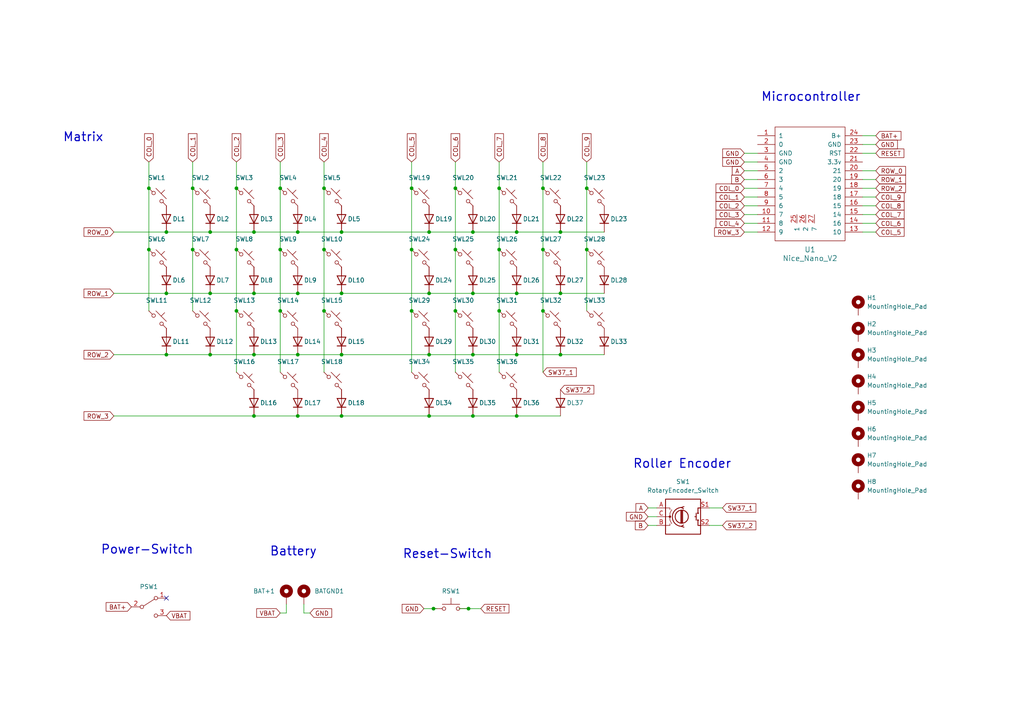
<source format=kicad_sch>
(kicad_sch (version 20250114) (generator "eeschema") (generator_version "9.0")
  (paper "A4")
  (lib_symbols
    (symbol "Device:D" (pin_numbers (hide yes)) (pin_names (offset 1.016) (hide yes))
      (property "Reference" "D" (at 0 2.54 0))
      (property "Value" "D" (at 0 -2.54 0))
      (symbol "D_0_1"
        (polyline (pts (xy -1.27 1.27) (xy -1.27 -1.27)) (stroke (width 0.254)))
        (polyline (pts (xy 1.27 1.27) (xy 1.27 -1.27) (xy -1.27 0) (xy 1.27 1.27)) (stroke (width 0.254)))
        (polyline (pts (xy 1.27 0) (xy -1.27 0)))
      )
      (symbol "D_1_1"
        (pin passive line (at -3.81 0 0) (length 2.54) (name "K") (number "1"))
        (pin passive line (at 3.81 0 180) (length 2.54) (name "A") (number "2"))
      )
    )
    (symbol "Device:RotaryEncoder_Switch" (pin_names (offset 0.254) (hide yes))
      (property "Reference" "SW1" (at 0 10.16 0))
      (property "Value" "RotaryEncoder_Switch" (at 0 7.62 0))
      (symbol "RotaryEncoder_Switch_0_1"
        (rectangle (start -5.08 5.08) (end 5.08 -5.08) (stroke (width 0.254)))
        (polyline (pts (xy -5.08 2.54) (xy -3.81 2.54) (xy -3.81 2.032)))
        (polyline (pts (xy -5.08 0) (xy -3.81 0) (xy -3.81 -1.016) (xy -3.302 -2.032)))
        (polyline (pts (xy -5.08 -2.54) (xy -3.81 -2.54) (xy -3.81 -2.032)))
        (polyline (pts (xy -4.318 0) (xy -3.81 0) (xy -3.81 1.016) (xy -3.302 2.032)))
        (circle (center -3.81 0) (radius 0.254) (fill (type outline)))
        (polyline (pts (xy -0.635 -1.778) (xy -0.635 1.778)) (stroke (width 0.254)))
        (circle (center -0.381 0) (radius 1.905) (stroke (width 0.254)))
        (polyline (pts (xy -0.381 -1.778) (xy -0.381 1.778)) (stroke (width 0.254)))
        (arc (start -0.381 -2.794) (mid -3.0988 -0.0635) (end -0.381 2.667) (stroke (width 0.254)))
        (polyline (pts (xy -0.127 1.778) (xy -0.127 -1.778)) (stroke (width 0.254)))
        (polyline (pts (xy 0.254 2.921) (xy -0.508 2.667) (xy 0.127 2.286)) (stroke (width 0.254)))
        (polyline (pts (xy 0.254 -3.048) (xy -0.508 -2.794) (xy 0.127 -2.413)) (stroke (width 0.254)))
        (polyline (pts (xy 3.81 1.016) (xy 3.81 -1.016)) (stroke (width 0.254)))
        (polyline (pts (xy 3.81 0) (xy 3.429 0)) (stroke (width 0.254)))
        (circle (center 4.318 1.016) (radius 0.127) (stroke (width 0.254)))
        (circle (center 4.318 -1.016) (radius 0.127) (stroke (width 0.254)))
        (polyline (pts (xy 5.08 2.54) (xy 4.318 2.54) (xy 4.318 1.016)) (stroke (width 0.254)))
        (polyline (pts (xy 5.08 -2.54) (xy 4.318 -2.54) (xy 4.318 -1.016)) (stroke (width 0.254)))
      )
      (symbol "RotaryEncoder_Switch_1_1"
        (pin passive line (at -7.62 2.54 0) (length 2.54) (name "A") (number "A"))
        (pin passive line (at -7.62 0 0) (length 2.54) (name "C") (number "C"))
        (pin passive line (at -7.62 -2.54 0) (length 2.54) (name "B") (number "B"))
        (pin passive line (at 7.62 2.54 180) (length 2.54) (name "S1") (number "S1"))
        (pin passive line (at 7.62 -2.54 180) (length 2.54) (name "S2") (number "S2"))
      )
    )
    (symbol "Mechanical:MountingHole_Pad" (pin_numbers (hide yes)) (pin_names (offset 1.016) (hide yes))
      (property "Reference" "H" (at 0 6.35 0))
      (property "Value" "MountingHole_Pad" (at 0 4.445 0))
      (symbol "MountingHole_Pad_0_1"
        (circle (center 0 1.27) (radius 1.27) (stroke (width 1.27)))
      )
      (symbol "MountingHole_Pad_1_1"
        (pin input line (at 0 -2.54 90) (length 2.54) (name "1") (number "1"))
      )
    )
    (symbol "MountingHole_Pad_1" (pin_numbers (hide yes)) (pin_names (offset 1.016) (hide yes)) (in_bom no)
      (property "Reference" "H" (at 0 6.35 0))
      (property "Value" "MountingHole_Pad" (at 0 4.445 0))
      (symbol "MountingHole_Pad_1_0_1"
        (circle (center 0 1.27) (radius 1.27) (stroke (width 1.27)))
      )
      (symbol "MountingHole_Pad_1_1_1"
        (pin input line (at 0 -2.54 90) (length 2.54) (name "1") (number "1"))
      )
    )
    (symbol "PCM_marbastlib-choc:choc_v1_SW_solder" (pin_numbers (hide yes)) (pin_names (offset 1.016) (hide yes))
      (property "Reference" "CH" (at 3.048 1.016 0))
      (property "Value" "choc_v1_SW_solder" (at 0 -3.81 0))
      (symbol "choc_v1_SW_solder_0_1"
        (polyline (pts (xy -2.54 2.54) (xy -1.524 1.524) (xy -1.524 1.524)))
        (circle (center -1.1684 1.1684) (radius 0.508))
        (polyline (pts (xy -0.508 2.54) (xy 2.54 -0.508)))
        (polyline (pts (xy 1.016 1.016) (xy 2.032 2.032)))
        (circle (center 1.143 -1.1938) (radius 0.508))
        (polyline (pts (xy 1.524 -1.524) (xy 2.54 -2.54) (xy 2.54 -2.54) (xy 2.54 -2.54)))
        (pin passive line (at -2.54 2.54 0) (length 0) (name "1") (number "1"))
        (pin passive line (at 2.54 -2.54 180) (length 0) (name "2") (number "2"))
      )
    )
    (symbol "Scotto:MCU_Nice_Nano_V2" (pin_names (offset 1.016))
      (property "Reference" "U" (at 0 0 0))
      (property "Value" "Nice_Nano_V2" (at 0 -19.05 0))
      (symbol "MCU_Nice_Nano_V2_0_1"
        (rectangle (start -10.16 16.51) (end 10.16 -16.51))
      )
      (symbol "MCU_Nice_Nano_V2_1_1"
        (pin input line (at -15.24 13.97 0) (length 5.08) (name "1") (number "1"))
        (pin input line (at -15.24 11.43 0) (length 5.08) (name "0") (number "2"))
        (pin input line (at -15.24 8.89 0) (length 5.08) (name "GND") (number "3"))
        (pin input line (at -15.24 6.35 0) (length 5.08) (name "GND") (number "4"))
        (pin input line (at -15.24 3.81 0) (length 5.08) (name "2") (number "5"))
        (pin input line (at -15.24 1.27 0) (length 5.08) (name "3") (number "6"))
        (pin input line (at -15.24 -1.27 0) (length 5.08) (name "4") (number "7"))
        (pin input line (at -15.24 -3.81 0) (length 5.08) (name "5") (number "8"))
        (pin input line (at -15.24 -6.35 0) (length 5.08) (name "6") (number "9"))
        (pin input line (at -15.24 -8.89 0) (length 5.08) (name "7") (number "10"))
        (pin input line (at -15.24 -11.43 0) (length 5.08) (name "8") (number "11"))
        (pin input line (at -15.24 -13.97 0) (length 5.08) (name "9") (number "12"))
        (pin input line (at -3.81 -8.89 270) (length 2.5) (name "1") (number "25"))
        (pin input line (at -1.27 -8.89 270) (length 2.5) (name "2") (number "26"))
        (pin input line (at 1.27 -8.89 270) (length 2.5) (name "7") (number "27"))
        (pin input line (at 15.24 13.97 180) (length 5.08) (name "B+") (number "24"))
        (pin input line (at 15.24 11.43 180) (length 5.08) (name "GND") (number "23"))
        (pin input line (at 15.24 8.89 180) (length 5.08) (name "RST") (number "22"))
        (pin input line (at 15.24 6.35 180) (length 5.08) (name "3.3v") (number "21"))
        (pin input line (at 15.24 3.81 180) (length 5.08) (name "21") (number "20"))
        (pin input line (at 15.24 1.27 180) (length 5.08) (name "20") (number "19"))
        (pin input line (at 15.24 -1.27 180) (length 5.08) (name "19") (number "18"))
        (pin input line (at 15.24 -3.81 180) (length 5.08) (name "18") (number "17"))
        (pin input line (at 15.24 -6.35 180) (length 5.08) (name "15") (number "16"))
        (pin input line (at 15.24 -8.89 180) (length 5.08) (name "14") (number "15"))
        (pin input line (at 15.24 -11.43 180) (length 5.08) (name "16") (number "14"))
        (pin input line (at 15.24 -13.97 180) (length 5.08) (name "10") (number "13"))
      )
    )
    (symbol "Switch:SW_Push" (pin_numbers (hide yes)) (pin_names (offset 1.016) (hide yes))
      (property "Reference" "SW" (at 1.27 2.54 0))
      (property "Value" "SW_Push" (at 0 -1.524 0))
      (symbol "SW_Push_0_1"
        (circle (center -2.032 0) (radius 0.508))
        (polyline (pts (xy 0 1.27) (xy 0 3.048)))
        (circle (center 2.032 0) (radius 0.508))
        (polyline (pts (xy 2.54 1.27) (xy -2.54 1.27)))
        (pin passive line (at -5.08 0 0) (length 2.54) (name "1") (number "1"))
        (pin passive line (at 5.08 0 180) (length 2.54) (name "2") (number "2"))
      )
    )
    (symbol "Switch:SW_SPDT" (pin_names (offset 0) (hide yes))
      (property "Reference" "SW" (at 0 4.318 0))
      (property "Value" "SW_SPDT" (at 0 -5.08 0))
      (symbol "SW_SPDT_0_0"
        (circle (center -2.032 0) (radius 0.508))
        (circle (center 2.032 -2.54) (radius 0.508))
      )
      (symbol "SW_SPDT_0_1"
        (polyline (pts (xy -1.524 0.254) (xy 1.651 2.286)))
        (circle (center 2.032 2.54) (radius 0.508))
      )
      (symbol "SW_SPDT_1_1"
        (pin passive line (at -5.08 0 0) (length 2.54) (name "B") (number "2"))
        (pin passive line (at 5.08 2.54 180) (length 2.54) (name "A") (number "1"))
        (pin passive line (at 5.08 -2.54 180) (length 2.54) (name "C") (number "3"))
      )
    )
  )
  (text "Battery" (at 85.09 160.02 0) (effects (font (size 2.54 2.54) (thickness 0.3175))))
  (text "Matrix" (at 24.13 39.878 0) (effects (font (size 2.54 2.54) (thickness 0.3175))))
  (text "Reset-Switch" (at 129.794 160.782 0) (effects (font (size 2.54 2.54) (thickness 0.3175))))
  (text "Microcontroller" (at 235.204 28.194 0) (effects (font (size 2.54 2.54) (thickness 0.3175))))
  (text "Roller Encoder" (at 197.866 134.62 0) (effects (font (size 2.54 2.54) (thickness 0.3175))))
  (text "Power-Switch" (at 42.672 159.512 0) (effects (font (size 2.54 2.54) (thickness 0.3175))))
  (junction (at 144.78 54.61))
  (junction (at 73.66 120.65))
  (junction (at 144.78 90.17))
  (junction (at 99.06 120.65))
  (junction (at 162.56 67.31))
  (junction (at 43.18 72.39))
  (junction (at 99.06 67.31))
  (junction (at 73.66 85.09))
  (junction (at 132.08 54.61))
  (junction (at 86.36 120.65))
  (junction (at 81.28 54.61))
  (junction (at 119.38 72.39))
  (junction (at 149.86 85.09))
  (junction (at 73.66 67.31))
  (junction (at 157.48 72.39))
  (junction (at 137.16 102.87))
  (junction (at 149.86 102.87))
  (junction (at 68.58 54.61))
  (junction (at 86.36 102.87))
  (junction (at 68.58 72.39))
  (junction (at 137.16 85.09))
  (junction (at 132.08 90.17))
  (junction (at 125.73 176.53))
  (junction (at 93.98 54.61))
  (junction (at 60.96 85.09))
  (junction (at 135.89 176.53))
  (junction (at 162.56 85.09))
  (junction (at 60.96 67.31))
  (junction (at 132.08 72.39))
  (junction (at 48.26 67.31))
  (junction (at 55.88 72.39))
  (junction (at 99.06 85.09))
  (junction (at 86.36 67.31))
  (junction (at 81.28 72.39))
  (junction (at 124.46 102.87))
  (junction (at 119.38 54.61))
  (junction (at 119.38 90.17))
  (junction (at 137.16 67.31))
  (junction (at 149.86 67.31))
  (junction (at 43.18 54.61))
  (junction (at 93.98 72.39))
  (junction (at 124.46 120.65))
  (junction (at 81.28 90.17))
  (junction (at 157.48 54.61))
  (junction (at 55.88 54.61))
  (junction (at 93.98 90.17))
  (junction (at 73.66 102.87))
  (junction (at 48.26 102.87))
  (junction (at 86.36 85.09))
  (junction (at 157.48 90.17))
  (junction (at 144.78 72.39))
  (junction (at 60.96 102.87))
  (junction (at 48.26 85.09))
  (junction (at 137.16 120.65))
  (junction (at 124.46 67.31))
  (junction (at 162.56 102.87))
  (junction (at 170.18 72.39))
  (junction (at 68.58 90.17))
  (junction (at 124.46 85.09))
  (junction (at 99.06 102.87))
  (junction (at 170.18 54.61))
  (junction (at 149.86 120.65))
  (no_connect (at 48.26 173.482))
  (wire (pts (xy 86.36 67.31) (xy 99.06 67.31)))
  (wire (pts (xy 119.38 107.95) (xy 119.38 90.17)))
  (wire (pts (xy 254 44.45) (xy 250.19 44.45)))
  (wire (pts (xy 33.02 85.09) (xy 48.26 85.09)))
  (wire (pts (xy 33.02 67.31) (xy 48.26 67.31)))
  (wire (pts (xy 124.46 85.09) (xy 137.16 85.09)))
  (wire (pts (xy 254 49.53) (xy 250.19 49.53)))
  (wire (pts (xy 157.48 54.61) (xy 157.48 46.99)))
  (wire (pts (xy 162.56 102.87) (xy 175.26 102.87)))
  (wire (pts (xy 122.936 176.53) (xy 125.73 176.53)))
  (wire (pts (xy 93.98 54.61) (xy 93.98 46.99)))
  (wire (pts (xy 83.058 177.8) (xy 83.058 175.26)))
  (wire (pts (xy 254 67.31) (xy 250.19 67.31)))
  (wire (pts (xy 144.78 90.17) (xy 144.78 72.39)))
  (wire (pts (xy 162.56 67.31) (xy 175.26 67.31)))
  (wire (pts (xy 68.58 90.17) (xy 68.58 72.39)))
  (wire (pts (xy 33.02 120.65) (xy 73.66 120.65)))
  (wire (pts (xy 157.48 72.39) (xy 157.48 90.17)))
  (wire (pts (xy 73.66 102.87) (xy 86.36 102.87)))
  (wire (pts (xy 55.88 54.61) (xy 55.88 72.39)))
  (wire (pts (xy 170.18 72.39) (xy 170.18 90.17)))
  (wire (pts (xy 43.18 54.61) (xy 43.18 72.39)))
  (wire (pts (xy 209.55 152.4) (xy 205.74 152.4)))
  (wire (pts (xy 205.74 147.32) (xy 209.55 147.32)))
  (wire (pts (xy 254 54.61) (xy 250.19 54.61)))
  (wire (pts (xy 187.96 149.86) (xy 190.5 149.86)))
  (wire (pts (xy 137.16 102.87) (xy 149.86 102.87)))
  (wire (pts (xy 254 64.77) (xy 250.19 64.77)))
  (wire (pts (xy 60.96 85.09) (xy 73.66 85.09)))
  (wire (pts (xy 137.16 85.09) (xy 149.86 85.09)))
  (wire (pts (xy 81.28 54.61) (xy 81.28 72.39)))
  (wire (pts (xy 86.36 102.87) (xy 99.06 102.87)))
  (wire (pts (xy 149.86 67.31) (xy 162.56 67.31)))
  (wire (pts (xy 132.08 90.17) (xy 132.08 107.95)))
  (wire (pts (xy 43.18 46.99) (xy 43.18 54.61)))
  (wire (pts (xy 86.36 120.65) (xy 99.06 120.65)))
  (wire (pts (xy 99.06 67.31) (xy 124.46 67.31)))
  (wire (pts (xy 99.06 102.87) (xy 124.46 102.87)))
  (wire (pts (xy 93.98 90.17) (xy 93.98 107.95)))
  (wire (pts (xy 215.9 49.53) (xy 219.71 49.53)))
  (wire (pts (xy 132.08 54.61) (xy 132.08 72.39)))
  (wire (pts (xy 68.58 107.95) (xy 68.58 90.17)))
  (wire (pts (xy 215.9 64.77) (xy 219.71 64.77)))
  (wire (pts (xy 119.38 54.61) (xy 119.38 72.39)))
  (wire (pts (xy 254 39.37) (xy 250.19 39.37)))
  (wire (pts (xy 149.86 120.65) (xy 162.56 120.65)))
  (wire (pts (xy 73.66 85.09) (xy 86.36 85.09)))
  (wire (pts (xy 33.02 102.87) (xy 48.26 102.87)))
  (wire (pts (xy 254 59.69) (xy 250.19 59.69)))
  (wire (pts (xy 144.78 72.39) (xy 144.78 54.61)))
  (wire (pts (xy 124.46 102.87) (xy 137.16 102.87)))
  (wire (pts (xy 86.36 85.09) (xy 99.06 85.09)))
  (wire (pts (xy 60.96 67.31) (xy 73.66 67.31)))
  (wire (pts (xy 157.48 54.61) (xy 157.48 72.39)))
  (wire (pts (xy 144.78 90.17) (xy 144.78 107.95)))
  (wire (pts (xy 254 57.15) (xy 250.19 57.15)))
  (wire (pts (xy 119.38 46.99) (xy 119.38 54.61)))
  (wire (pts (xy 124.46 120.65) (xy 137.16 120.65)))
  (wire (pts (xy 133.096 176.53) (xy 135.89 176.53)))
  (wire (pts (xy 254 62.23) (xy 250.19 62.23)))
  (wire (pts (xy 99.06 120.65) (xy 124.46 120.65)))
  (wire (pts (xy 73.66 67.31) (xy 86.36 67.31)))
  (wire (pts (xy 81.28 54.61) (xy 81.28 46.99)))
  (wire (pts (xy 88.138 175.26) (xy 88.138 177.8)))
  (wire (pts (xy 170.18 54.61) (xy 170.18 72.39)))
  (wire (pts (xy 254 41.91) (xy 250.19 41.91)))
  (wire (pts (xy 119.38 72.39) (xy 119.38 90.17)))
  (wire (pts (xy 88.138 177.8) (xy 89.916 177.8)))
  (wire (pts (xy 68.58 54.61) (xy 68.58 46.99)))
  (wire (pts (xy 215.9 62.23) (xy 219.71 62.23)))
  (wire (pts (xy 149.86 102.87) (xy 162.56 102.87)))
  (wire (pts (xy 132.08 46.99) (xy 132.08 54.61)))
  (wire (pts (xy 254 52.07) (xy 250.19 52.07)))
  (wire (pts (xy 215.9 46.99) (xy 219.71 46.99)))
  (wire (pts (xy 132.08 72.39) (xy 132.08 90.17)))
  (wire (pts (xy 135.89 176.53) (xy 139.446 176.53)))
  (wire (pts (xy 73.66 120.65) (xy 86.36 120.65)))
  (wire (pts (xy 170.18 54.61) (xy 170.18 46.99)))
  (wire (pts (xy 68.58 72.39) (xy 68.58 54.61)))
  (wire (pts (xy 157.48 90.17) (xy 157.48 107.95)))
  (wire (pts (xy 215.9 57.15) (xy 219.71 57.15)))
  (wire (pts (xy 55.88 72.39) (xy 55.88 90.17)))
  (wire (pts (xy 55.88 46.99) (xy 55.88 54.61)))
  (wire (pts (xy 93.98 54.61) (xy 93.98 72.39)))
  (wire (pts (xy 215.9 44.45) (xy 219.71 44.45)))
  (wire (pts (xy 81.28 72.39) (xy 81.28 90.17)))
  (wire (pts (xy 124.46 67.31) (xy 137.16 67.31)))
  (wire (pts (xy 215.9 54.61) (xy 219.71 54.61)))
  (wire (pts (xy 43.18 72.39) (xy 43.18 90.17)))
  (wire (pts (xy 48.26 102.87) (xy 60.96 102.87)))
  (wire (pts (xy 81.28 177.8) (xy 83.058 177.8)))
  (wire (pts (xy 81.28 90.17) (xy 81.28 107.95)))
  (wire (pts (xy 48.26 85.09) (xy 60.96 85.09)))
  (wire (pts (xy 60.96 102.87) (xy 73.66 102.87)))
  (wire (pts (xy 125.73 176.53) (xy 126.746 176.53)))
  (wire (pts (xy 215.9 67.31) (xy 219.71 67.31)))
  (wire (pts (xy 162.56 85.09) (xy 175.26 85.09)))
  (wire (pts (xy 144.78 54.61) (xy 144.78 46.99)))
  (wire (pts (xy 187.96 152.4) (xy 190.5 152.4)))
  (wire (pts (xy 137.16 120.65) (xy 149.86 120.65)))
  (wire (pts (xy 99.06 85.09) (xy 124.46 85.09)))
  (wire (pts (xy 93.98 72.39) (xy 93.98 90.17)))
  (wire (pts (xy 187.96 147.32) (xy 190.5 147.32)))
  (wire (pts (xy 48.26 67.31) (xy 60.96 67.31)))
  (wire (pts (xy 215.9 59.69) (xy 219.71 59.69)))
  (wire (pts (xy 149.86 85.09) (xy 162.56 85.09)))
  (wire (pts (xy 215.9 52.07) (xy 219.71 52.07)))
  (wire (pts (xy 137.16 67.31) (xy 149.86 67.31)))
  (global_label "COL_0" (shape input) (at 43.18 46.99 90) (property "Intersheetrefs" "${INTERSHEET_REFS}" (effects (hide yes))))
  (global_label "GND" (shape input) (at 215.9 46.99 180) (property "Intersheetrefs" "${INTERSHEET_REFS}" (effects (hide yes))))
  (global_label "COL_5" (shape input) (at 254 67.31 0) (property "Intersheetrefs" "${INTERSHEET_REFS}" (effects (hide yes))))
  (global_label "COL_8" (shape input) (at 254 59.69 0) (property "Intersheetrefs" "${INTERSHEET_REFS}" (effects (hide yes))))
  (global_label "SW37_2" (shape input) (at 209.55 152.4 0) (property "Intersheetrefs" "${INTERSHEET_REFS}" (effects (hide yes))))
  (global_label "SW37_1" (shape input) (at 157.48 107.95 0) (property "Intersheetrefs" "${INTERSHEET_REFS}" (effects (hide yes))))
  (global_label "COL_6" (shape input) (at 132.08 46.99 90) (property "Intersheetrefs" "${INTERSHEET_REFS}" (effects (hide yes))))
  (global_label "ROW_3" (shape input) (at 215.9 67.31 180) (property "Intersheetrefs" "${INTERSHEET_REFS}" (effects (hide yes))))
  (global_label "ROW_1" (shape input) (at 33.02 85.09 180) (property "Intersheetrefs" "${INTERSHEET_REFS}" (effects (hide yes))))
  (global_label "COL_4" (shape input) (at 215.9 64.77 180) (property "Intersheetrefs" "${INTERSHEET_REFS}" (effects (hide yes))))
  (global_label "ROW_1" (shape input) (at 254 52.07 0) (property "Intersheetrefs" "${INTERSHEET_REFS}" (effects (hide yes))))
  (global_label "ROW_0" (shape input) (at 254 49.53 0) (property "Intersheetrefs" "${INTERSHEET_REFS}" (effects (hide yes))))
  (global_label "GND" (shape input) (at 254 41.91 0) (property "Intersheetrefs" "${INTERSHEET_REFS}" (effects (hide yes))))
  (global_label "GND" (shape input) (at 215.9 44.45 180) (property "Intersheetrefs" "${INTERSHEET_REFS}" (effects (hide yes))))
  (global_label "A" (shape input) (at 215.9 49.53 180) (property "Intersheetrefs" "${INTERSHEET_REFS}" (effects (hide yes))))
  (global_label "COL_9" (shape input) (at 170.18 46.99 90) (property "Intersheetrefs" "${INTERSHEET_REFS}" (effects (hide yes))))
  (global_label "COL_5" (shape input) (at 119.38 46.99 90) (property "Intersheetrefs" "${INTERSHEET_REFS}" (effects (hide yes))))
  (global_label "ROW_2" (shape input) (at 33.02 102.87 180) (property "Intersheetrefs" "${INTERSHEET_REFS}" (effects (hide yes))))
  (global_label "RESET" (shape input) (at 254 44.45 0) (property "Intersheetrefs" "${INTERSHEET_REFS}" (effects (hide yes))))
  (global_label "COL_7" (shape input) (at 144.78 46.99 90) (property "Intersheetrefs" "${INTERSHEET_REFS}" (effects (hide yes))))
  (global_label "ROW_3" (shape input) (at 33.02 120.65 180) (property "Intersheetrefs" "${INTERSHEET_REFS}" (effects (hide yes))))
  (global_label "B" (shape input) (at 215.9 52.07 180) (property "Intersheetrefs" "${INTERSHEET_REFS}" (effects (hide yes))))
  (global_label "COL_2" (shape input) (at 68.58 46.99 90) (property "Intersheetrefs" "${INTERSHEET_REFS}" (effects (hide yes))))
  (global_label "COL_6" (shape input) (at 254 64.77 0) (property "Intersheetrefs" "${INTERSHEET_REFS}" (effects (hide yes))))
  (global_label "COL_4" (shape input) (at 93.98 46.99 90) (property "Intersheetrefs" "${INTERSHEET_REFS}" (effects (hide yes))))
  (global_label "VBAT" (shape input) (at 81.28 177.8 180) (property "Intersheetrefs" "${INTERSHEET_REFS}" (effects (hide yes))))
  (global_label "BAT+" (shape input) (at 254 39.37 0) (property "Intersheetrefs" "${INTERSHEET_REFS}" (effects (hide yes))))
  (global_label "SW37_2" (shape input) (at 162.56 113.03 0) (property "Intersheetrefs" "${INTERSHEET_REFS}" (effects (hide yes))))
  (global_label "COL_3" (shape input) (at 81.28 46.99 90) (property "Intersheetrefs" "${INTERSHEET_REFS}" (effects (hide yes))))
  (global_label "A" (shape input) (at 187.96 147.32 180) (property "Intersheetrefs" "${INTERSHEET_REFS}" (effects (hide yes))))
  (global_label "COL_8" (shape input) (at 157.48 46.99 90) (property "Intersheetrefs" "${INTERSHEET_REFS}" (effects (hide yes))))
  (global_label "COL_1" (shape input) (at 55.88 46.99 90) (property "Intersheetrefs" "${INTERSHEET_REFS}" (effects (hide yes))))
  (global_label "RESET" (shape input) (at 139.446 176.53 0) (property "Intersheetrefs" "${INTERSHEET_REFS}" (effects (hide yes))))
  (global_label "BAT+" (shape input) (at 38.1 176.022 180) (property "Intersheetrefs" "${INTERSHEET_REFS}" (effects (hide yes))))
  (global_label "GND" (shape input) (at 187.96 149.86 180) (property "Intersheetrefs" "${INTERSHEET_REFS}" (effects (hide yes))))
  (global_label "COL_3" (shape input) (at 215.9 62.23 180) (property "Intersheetrefs" "${INTERSHEET_REFS}" (effects (hide yes))))
  (global_label "COL_0" (shape input) (at 215.9 54.61 180) (property "Intersheetrefs" "${INTERSHEET_REFS}" (effects (hide yes))))
  (global_label "COL_2" (shape input) (at 215.9 59.69 180) (property "Intersheetrefs" "${INTERSHEET_REFS}" (effects (hide yes))))
  (global_label "SW37_1" (shape input) (at 209.55 147.32 0) (property "Intersheetrefs" "${INTERSHEET_REFS}" (effects (hide yes))))
  (global_label "COL_7" (shape input) (at 254 62.23 0) (property "Intersheetrefs" "${INTERSHEET_REFS}" (effects (hide yes))))
  (global_label "GND" (shape input) (at 122.936 176.53 180) (property "Intersheetrefs" "${INTERSHEET_REFS}" (effects (hide yes))))
  (global_label "ROW_0" (shape input) (at 33.02 67.31 180) (property "Intersheetrefs" "${INTERSHEET_REFS}" (effects (hide yes))))
  (global_label "COL_9" (shape input) (at 254 57.15 0) (property "Intersheetrefs" "${INTERSHEET_REFS}" (effects (hide yes))))
  (global_label "VBAT" (shape input) (at 48.26 178.562 0) (property "Intersheetrefs" "${INTERSHEET_REFS}" (effects (hide yes))))
  (global_label "COL_1" (shape input) (at 215.9 57.15 180) (property "Intersheetrefs" "${INTERSHEET_REFS}" (effects (hide yes))))
  (global_label "ROW_2" (shape input) (at 254 54.61 0) (property "Intersheetrefs" "${INTERSHEET_REFS}" (effects (hide yes))))
  (global_label "B" (shape input) (at 187.96 152.4 180) (property "Intersheetrefs" "${INTERSHEET_REFS}" (effects (hide yes))))
  (global_label "GND" (shape input) (at 89.916 177.8 0) (property "Intersheetrefs" "${INTERSHEET_REFS}" (effects (hide yes))))
  (symbol (lib_id "PCM_marbastlib-choc:choc_v1_SW_solder") (at 96.52 57.15 0) (unit 1)
    (property "Reference" "SWL5" (at 96.266 51.562 0))
    (property "Value" "choc_v1_SW_solder" (effects (hide yes)))
    (property "Footprint" "AFFElib:Kailh_socket_PG1350_optional" (effects (hide yes)))
    (property "Description" "Push button switch, normally open, two pins, 45° tilted" (effects (hide yes)))
  )
  (symbol (lib_id "Device:D") (at 124.46 81.28 90) (unit 1)
    (property "Reference" "DL24" (at 126.238 81.28 90) (effects (justify right)))
    (property "Value" "D" (effects (hide yes)))
    (property "Footprint" "AFFElib:Diode_SOD123" (effects (hide yes)))
    (property "Description" "Diode" (effects (hide yes)))
    (property "Sim.Device" "D" (effects (hide yes)))
    (property "Sim.Pins" "1=K 2=A" (effects (hide yes)))
  )
  (symbol (lib_id "Device:D") (at 124.46 63.5 90) (unit 1)
    (property "Reference" "DL19" (at 126.238 63.5 90) (effects (justify right)))
    (property "Value" "D" (effects (hide yes)))
    (property "Footprint" "AFFElib:Diode_SOD123" (effects (hide yes)))
    (property "Description" "Diode" (effects (hide yes)))
    (property "Sim.Device" "D" (effects (hide yes)))
    (property "Sim.Pins" "1=K 2=A" (effects (hide yes)))
  )
  (symbol (lib_id "PCM_marbastlib-choc:choc_v1_SW_solder") (at 172.72 57.15 0) (unit 1)
    (property "Reference" "SWL23" (at 172.466 51.562 0))
    (property "Value" "choc_v1_SW_solder" (effects (hide yes)))
    (property "Footprint" "AFFElib:Kailh_socket_PG1350_optional" (effects (hide yes)))
    (property "Description" "Push button switch, normally open, two pins, 45° tilted" (effects (hide yes)))
  )
  (symbol (lib_id "Switch:SW_SPDT") (at 43.18 176.022 0) (unit 1)
    (property "Reference" "PSW1" (at 43.18 170.18 0))
    (property "Value" "SW_SPDT" (effects (hide yes)))
    (property "Footprint" "AFFElib:MSK12C02" (effects (hide yes)))
  )
  (symbol (lib_id "Mechanical:MountingHole_Pad") (at 83.058 172.72 0) (unit 1)
    (property "Reference" "BAT+1" (at 79.756 171.45 0) (effects (justify right)))
    (property "Value" "+" (effects (hide yes)))
    (property "Footprint" "AFFElib:BatteryPad" (effects (hide yes)))
  )
  (symbol (lib_id "PCM_marbastlib-choc:choc_v1_SW_solder") (at 58.42 57.15 0) (unit 1)
    (property "Reference" "SWL2" (at 58.166 51.562 0))
    (property "Value" "choc_v1_SW_solder" (effects (hide yes)))
    (property "Footprint" "AFFElib:Kailh_socket_PG1350_optional" (effects (hide yes)))
    (property "Description" "Push button switch, normally open, two pins, 45° tilted" (effects (hide yes)))
  )
  (symbol (lib_id "Device:D") (at 137.16 99.06 90) (unit 1)
    (property "Reference" "DL30" (at 138.938 99.06 90) (effects (justify right)))
    (property "Value" "D" (effects (hide yes)))
    (property "Footprint" "AFFElib:Diode_SOD123" (effects (hide yes)))
    (property "Description" "Diode" (effects (hide yes)))
    (property "Sim.Device" "D" (effects (hide yes)))
    (property "Sim.Pins" "1=K 2=A" (effects (hide yes)))
  )
  (symbol (lib_id "PCM_marbastlib-choc:choc_v1_SW_solder") (at 71.12 74.93 0) (unit 1)
    (property "Reference" "SWL8" (at 70.866 69.342 0))
    (property "Value" "choc_v1_SW_solder" (effects (hide yes)))
    (property "Footprint" "AFFElib:Kailh_socket_PG1350_optional" (effects (hide yes)))
    (property "Description" "Push button switch, normally open, two pins, 45° tilted" (effects (hide yes)))
  )
  (symbol (lib_id "Device:D") (at 86.36 63.5 90) (unit 1)
    (property "Reference" "DL4" (at 88.138 63.5 90) (effects (justify right)))
    (property "Value" "D" (effects (hide yes)))
    (property "Footprint" "AFFElib:Diode_SOD123" (effects (hide yes)))
    (property "Description" "Diode" (effects (hide yes)))
    (property "Sim.Device" "D" (effects (hide yes)))
    (property "Sim.Pins" "1=K 2=A" (effects (hide yes)))
  )
  (symbol (lib_id "PCM_marbastlib-choc:choc_v1_SW_solder") (at 45.72 74.93 0) (unit 1)
    (property "Reference" "SWL6" (at 45.466 69.342 0))
    (property "Value" "choc_v1_SW_solder" (effects (hide yes)))
    (property "Footprint" "AFFElib:Kailh_socket_PG1350_optional" (effects (hide yes)))
    (property "Description" "Push button switch, normally open, two pins, 45° tilted" (effects (hide yes)))
  )
  (symbol (lib_id "Device:D") (at 73.66 81.28 90) (unit 1)
    (property "Reference" "DL8" (at 75.438 81.28 90) (effects (justify right)))
    (property "Value" "D" (effects (hide yes)))
    (property "Footprint" "AFFElib:Diode_SOD123" (effects (hide yes)))
    (property "Description" "Diode" (effects (hide yes)))
    (property "Sim.Device" "D" (effects (hide yes)))
    (property "Sim.Pins" "1=K 2=A" (effects (hide yes)))
  )
  (symbol (lib_id "Device:D") (at 162.56 99.06 90) (unit 1)
    (property "Reference" "DL32" (at 164.338 99.06 90) (effects (justify right)))
    (property "Value" "D" (effects (hide yes)))
    (property "Footprint" "AFFElib:Diode_SOD123" (effects (hide yes)))
    (property "Description" "Diode" (effects (hide yes)))
    (property "Sim.Device" "D" (effects (hide yes)))
    (property "Sim.Pins" "1=K 2=A" (effects (hide yes)))
  )
  (symbol (lib_id "PCM_marbastlib-choc:choc_v1_SW_solder") (at 71.12 92.71 0) (unit 1)
    (property "Reference" "SWL13" (at 70.866 87.122 0))
    (property "Value" "choc_v1_SW_solder" (effects (hide yes)))
    (property "Footprint" "AFFElib:Kailh_socket_PG1350_optional" (effects (hide yes)))
    (property "Description" "Push button switch, normally open, two pins, 45° tilted" (effects (hide yes)))
  )
  (symbol (lib_id "PCM_marbastlib-choc:choc_v1_SW_solder") (at 45.72 57.15 0) (unit 1)
    (property "Reference" "SWL1" (at 45.466 51.562 0))
    (property "Value" "choc_v1_SW_solder" (effects (hide yes)))
    (property "Footprint" "AFFElib:Kailh_socket_PG1350_optional" (effects (hide yes)))
    (property "Description" "Push button switch, normally open, two pins, 45° tilted" (effects (hide yes)))
  )
  (symbol (lib_id "Device:D") (at 162.56 116.84 90) (unit 1)
    (property "Reference" "DL37" (at 164.338 116.84 90) (effects (justify right)))
    (property "Value" "D" (effects (hide yes)))
    (property "Footprint" "AFFElib:Diode_SOD123" (effects (hide yes)))
    (property "Description" "Diode" (effects (hide yes)))
    (property "Sim.Device" "D" (effects (hide yes)))
    (property "Sim.Pins" "1=K 2=A" (effects (hide yes)))
  )
  (symbol (lib_id "Mechanical:MountingHole_Pad") (at 88.138 172.72 0) (unit 1)
    (property "Reference" "BATGND1" (at 91.186 171.45 0) (effects (justify left)))
    (property "Value" "-" (effects (hide yes)))
    (property "Footprint" "AFFElib:BatteryPad" (effects (hide yes)))
  )
  (symbol (lib_id "Device:D") (at 86.36 99.06 90) (unit 1)
    (property "Reference" "DL14" (at 88.138 99.06 90) (effects (justify right)))
    (property "Value" "D" (effects (hide yes)))
    (property "Footprint" "AFFElib:Diode_SOD123" (effects (hide yes)))
    (property "Description" "Diode" (effects (hide yes)))
    (property "Sim.Device" "D" (effects (hide yes)))
    (property "Sim.Pins" "1=K 2=A" (effects (hide yes)))
  )
  (symbol (lib_id "PCM_marbastlib-choc:choc_v1_SW_solder") (at 134.62 110.49 0) (unit 1)
    (property "Reference" "SWL35" (at 134.366 104.902 0))
    (property "Value" "choc_v1_SW_solder" (effects (hide yes)))
    (property "Footprint" "AFFElib:Kailh_socket_PG1350_optional" (effects (hide yes)))
    (property "Description" "Push button switch, normally open, two pins, 45° tilted" (effects (hide yes)))
  )
  (symbol (lib_id "PCM_marbastlib-choc:choc_v1_SW_solder") (at 58.42 74.93 0) (unit 1)
    (property "Reference" "SWL7" (at 58.166 69.342 0))
    (property "Value" "choc_v1_SW_solder" (effects (hide yes)))
    (property "Footprint" "AFFElib:Kailh_socket_PG1350_optional" (effects (hide yes)))
    (property "Description" "Push button switch, normally open, two pins, 45° tilted" (effects (hide yes)))
  )
  (symbol (lib_id "Switch:SW_Push") (at 130.81 176.53 0) (unit 1)
    (property "Reference" "RSW1" (at 130.81 171.45 0))
    (property "Value" "SW_Push" (effects (hide yes)))
    (property "Footprint" "AFFElib:SKHLLCA010" (effects (hide yes)))
  )
  (symbol (lib_id "PCM_marbastlib-choc:choc_v1_SW_solder") (at 134.62 92.71 0) (unit 1)
    (property "Reference" "SWL30" (at 134.366 87.122 0))
    (property "Value" "choc_v1_SW_solder" (effects (hide yes)))
    (property "Footprint" "AFFElib:Kailh_socket_PG1350_optional" (effects (hide yes)))
    (property "Description" "Push button switch, normally open, two pins, 45° tilted" (effects (hide yes)))
  )
  (symbol (lib_id "Device:D") (at 124.46 116.84 90) (unit 1)
    (property "Reference" "DL34" (at 126.238 116.84 90) (effects (justify right)))
    (property "Value" "D" (effects (hide yes)))
    (property "Footprint" "AFFElib:Diode_SOD123" (effects (hide yes)))
    (property "Description" "Diode" (effects (hide yes)))
    (property "Sim.Device" "D" (effects (hide yes)))
    (property "Sim.Pins" "1=K 2=A" (effects (hide yes)))
  )
  (symbol (lib_id "PCM_marbastlib-choc:choc_v1_SW_solder") (at 96.52 92.71 0) (unit 1)
    (property "Reference" "SWL15" (at 96.266 87.122 0))
    (property "Value" "choc_v1_SW_solder" (effects (hide yes)))
    (property "Footprint" "AFFElib:Kailh_socket_PG1350_optional" (effects (hide yes)))
    (property "Description" "Push button switch, normally open, two pins, 45° tilted" (effects (hide yes)))
  )
  (symbol (lib_id "PCM_marbastlib-choc:choc_v1_SW_solder") (at 71.12 57.15 0) (unit 1)
    (property "Reference" "SWL3" (at 70.866 51.562 0))
    (property "Value" "choc_v1_SW_solder" (effects (hide yes)))
    (property "Footprint" "AFFElib:Kailh_socket_PG1350_optional" (effects (hide yes)))
    (property "Description" "Push button switch, normally open, two pins, 45° tilted" (effects (hide yes)))
  )
  (symbol (lib_name "MountingHole_Pad_1") (lib_id "Mechanical:MountingHole_Pad") (at 248.92 127 0) (unit 1) (in_bom no)
    (property "Reference" "H6" (at 251.46 124.4599 0) (effects (justify left)))
    (property "Value" "MountingHole_Pad" (at 251.46 126.9999 0) (effects (justify left)))
    (property "Footprint" "MountingHole:MountingHole_2.2mm_M2_DIN965_Pad_TopBottom" (effects (hide yes)))
    (property "Description" "Mounting Hole with connection" (effects (hide yes)))
  )
  (symbol (lib_id "PCM_marbastlib-choc:choc_v1_SW_solder") (at 147.32 92.71 0) (unit 1)
    (property "Reference" "SWL31" (at 147.066 87.122 0))
    (property "Value" "choc_v1_SW_solder" (effects (hide yes)))
    (property "Footprint" "AFFElib:Kailh_socket_PG1350_optional" (effects (hide yes)))
    (property "Description" "Push button switch, normally open, two pins, 45° tilted" (effects (hide yes)))
  )
  (symbol (lib_id "Scotto:MCU_Nice_Nano_V2") (at 234.95 53.34 0) (unit 1)
    (property "Reference" "U1" (at 234.95 72.39 0) (effects (font (size 1.524 1.524))))
    (property "Value" "Nice_Nano_V2" (at 234.95 74.93 0) (effects (font (size 1.524 1.524))))
    (property "Footprint" "AFFElib:Nice_Nano_V2_Flipped" (effects (hide yes)))
  )
  (symbol (lib_id "Device:D") (at 60.96 99.06 90) (unit 1)
    (property "Reference" "DL12" (at 62.738 99.06 90) (effects (justify right)))
    (property "Value" "D" (effects (hide yes)))
    (property "Footprint" "AFFElib:Diode_SOD123" (effects (hide yes)))
    (property "Description" "Diode" (effects (hide yes)))
    (property "Sim.Device" "D" (effects (hide yes)))
    (property "Sim.Pins" "1=K 2=A" (effects (hide yes)))
  )
  (symbol (lib_id "PCM_marbastlib-choc:choc_v1_SW_solder") (at 147.32 74.93 0) (unit 1)
    (property "Reference" "SWL26" (at 147.066 69.342 0))
    (property "Value" "choc_v1_SW_solder" (effects (hide yes)))
    (property "Footprint" "AFFElib:Kailh_socket_PG1350_optional" (effects (hide yes)))
    (property "Description" "Push button switch, normally open, two pins, 45° tilted" (effects (hide yes)))
  )
  (symbol (lib_name "MountingHole_Pad_1") (lib_id "Mechanical:MountingHole_Pad") (at 248.92 96.52 0) (unit 1) (in_bom no)
    (property "Reference" "H2" (at 251.46 93.9799 0) (effects (justify left)))
    (property "Value" "MountingHole_Pad" (at 251.46 96.5199 0) (effects (justify left)))
    (property "Footprint" "MountingHole:MountingHole_2.2mm_M2_DIN965_Pad_TopBottom" (effects (hide yes)))
    (property "Description" "Mounting Hole with connection" (effects (hide yes)))
  )
  (symbol (lib_name "MountingHole_Pad_1") (lib_id "Mechanical:MountingHole_Pad") (at 248.92 134.62 0) (unit 1) (in_bom no)
    (property "Reference" "H7" (at 251.46 132.0799 0) (effects (justify left)))
    (property "Value" "MountingHole_Pad" (at 251.46 134.6199 0) (effects (justify left)))
    (property "Footprint" "MountingHole:MountingHole_2.2mm_M2_DIN965_Pad_TopBottom" (effects (hide yes)))
    (property "Description" "Mounting Hole with connection" (effects (hide yes)))
  )
  (symbol (lib_id "PCM_marbastlib-choc:choc_v1_SW_solder") (at 134.62 57.15 0) (unit 1)
    (property "Reference" "SWL20" (at 134.366 51.562 0))
    (property "Value" "choc_v1_SW_solder" (effects (hide yes)))
    (property "Footprint" "AFFElib:Kailh_socket_PG1350_optional" (effects (hide yes)))
    (property "Description" "Push button switch, normally open, two pins, 45° tilted" (effects (hide yes)))
  )
  (symbol (lib_id "Device:D") (at 48.26 63.5 90) (unit 1)
    (property "Reference" "DL1" (at 50.038 63.5 90) (effects (justify right)))
    (property "Value" "D" (effects (hide yes)))
    (property "Footprint" "AFFElib:Diode_SOD123" (effects (hide yes)))
    (property "Description" "Diode" (effects (hide yes)))
    (property "Sim.Device" "D" (effects (hide yes)))
    (property "Sim.Pins" "1=K 2=A" (effects (hide yes)))
  )
  (symbol (lib_id "Device:D") (at 86.36 116.84 90) (unit 1)
    (property "Reference" "DL17" (at 88.138 116.84 90) (effects (justify right)))
    (property "Value" "D" (effects (hide yes)))
    (property "Footprint" "AFFElib:Diode_SOD123" (effects (hide yes)))
    (property "Description" "Diode" (effects (hide yes)))
    (property "Sim.Device" "D" (effects (hide yes)))
    (property "Sim.Pins" "1=K 2=A" (effects (hide yes)))
  )
  (symbol (lib_id "PCM_marbastlib-choc:choc_v1_SW_solder") (at 172.72 92.71 0) (unit 1)
    (property "Reference" "SWL33" (at 172.466 87.122 0))
    (property "Value" "choc_v1_SW_solder" (effects (hide yes)))
    (property "Footprint" "AFFElib:Kailh_socket_PG1350_optional" (effects (hide yes)))
    (property "Description" "Push button switch, normally open, two pins, 45° tilted" (effects (hide yes)))
  )
  (symbol (lib_id "Device:D") (at 73.66 116.84 90) (unit 1)
    (property "Reference" "DL16" (at 75.438 116.84 90) (effects (justify right)))
    (property "Value" "D" (effects (hide yes)))
    (property "Footprint" "AFFElib:Diode_SOD123" (effects (hide yes)))
    (property "Description" "Diode" (effects (hide yes)))
    (property "Sim.Device" "D" (effects (hide yes)))
    (property "Sim.Pins" "1=K 2=A" (effects (hide yes)))
  )
  (symbol (lib_id "Device:D") (at 60.96 81.28 90) (unit 1)
    (property "Reference" "DL7" (at 62.738 81.28 90) (effects (justify right)))
    (property "Value" "D" (effects (hide yes)))
    (property "Footprint" "AFFElib:Diode_SOD123" (effects (hide yes)))
    (property "Description" "Diode" (effects (hide yes)))
    (property "Sim.Device" "D" (effects (hide yes)))
    (property "Sim.Pins" "1=K 2=A" (effects (hide yes)))
  )
  (symbol (lib_id "Device:D") (at 137.16 63.5 90) (unit 1)
    (property "Reference" "DL20" (at 138.938 63.5 90) (effects (justify right)))
    (property "Value" "D" (effects (hide yes)))
    (property "Footprint" "AFFElib:Diode_SOD123" (effects (hide yes)))
    (property "Description" "Diode" (effects (hide yes)))
    (property "Sim.Device" "D" (effects (hide yes)))
    (property "Sim.Pins" "1=K 2=A" (effects (hide yes)))
  )
  (symbol (lib_id "PCM_marbastlib-choc:choc_v1_SW_solder") (at 134.62 74.93 0) (unit 1)
    (property "Reference" "SWL25" (at 134.366 69.342 0))
    (property "Value" "choc_v1_SW_solder" (effects (hide yes)))
    (property "Footprint" "AFFElib:Kailh_socket_PG1350_optional" (effects (hide yes)))
    (property "Description" "Push button switch, normally open, two pins, 45° tilted" (effects (hide yes)))
  )
  (symbol (lib_id "PCM_marbastlib-choc:choc_v1_SW_solder") (at 160.02 92.71 0) (unit 1)
    (property "Reference" "SWL32" (at 159.766 87.122 0))
    (property "Value" "choc_v1_SW_solder" (effects (hide yes)))
    (property "Footprint" "AFFElib:Kailh_socket_PG1350_optional" (effects (hide yes)))
    (property "Description" "Push button switch, normally open, two pins, 45° tilted" (effects (hide yes)))
  )
  (symbol (lib_id "Device:D") (at 73.66 99.06 90) (unit 1)
    (property "Reference" "DL13" (at 75.438 99.06 90) (effects (justify right)))
    (property "Value" "D" (effects (hide yes)))
    (property "Footprint" "AFFElib:Diode_SOD123" (effects (hide yes)))
    (property "Description" "Diode" (effects (hide yes)))
    (property "Sim.Device" "D" (effects (hide yes)))
    (property "Sim.Pins" "1=K 2=A" (effects (hide yes)))
  )
  (symbol (lib_id "Device:RotaryEncoder_Switch") (at 198.12 149.86 0) (unit 1)
    (property "Reference" "SW1" (at 198.12 139.7 0))
    (property "Value" "RotaryEncoder_Switch" (at 198.12 142.24 0))
    (property "Footprint" "AFFElib:CKW12" (effects (hide yes)))
    (property "Description" "Rotary encoder, dual channel, incremental quadrate outputs, with switch" (effects (hide yes)))
  )
  (symbol (lib_id "PCM_marbastlib-choc:choc_v1_SW_solder") (at 45.72 92.71 0) (unit 1)
    (property "Reference" "SWL11" (at 45.466 87.122 0))
    (property "Value" "choc_v1_SW_solder" (effects (hide yes)))
    (property "Footprint" "AFFElib:Kailh_socket_PG1350_optional" (effects (hide yes)))
    (property "Description" "Push button switch, normally open, two pins, 45° tilted" (effects (hide yes)))
  )
  (symbol (lib_id "PCM_marbastlib-choc:choc_v1_SW_solder") (at 71.12 110.49 0) (unit 1)
    (property "Reference" "SWL16" (at 70.866 104.902 0))
    (property "Value" "choc_v1_SW_solder" (effects (hide yes)))
    (property "Footprint" "AFFElib:Kailh_socket_PG1350_optional" (effects (hide yes)))
    (property "Description" "Push button switch, normally open, two pins, 45° tilted" (effects (hide yes)))
  )
  (symbol (lib_id "PCM_marbastlib-choc:choc_v1_SW_solder") (at 83.82 110.49 0) (unit 1)
    (property "Reference" "SWL17" (at 83.566 104.902 0))
    (property "Value" "choc_v1_SW_solder" (effects (hide yes)))
    (property "Footprint" "AFFElib:Kailh_socket_PG1350_optional" (effects (hide yes)))
    (property "Description" "Push button switch, normally open, two pins, 45° tilted" (effects (hide yes)))
  )
  (symbol (lib_id "Device:D") (at 162.56 63.5 90) (unit 1)
    (property "Reference" "DL22" (at 164.338 63.5 90) (effects (justify right)))
    (property "Value" "D" (effects (hide yes)))
    (property "Footprint" "AFFElib:Diode_SOD123" (effects (hide yes)))
    (property "Description" "Diode" (effects (hide yes)))
    (property "Sim.Device" "D" (effects (hide yes)))
    (property "Sim.Pins" "1=K 2=A" (effects (hide yes)))
  )
  (symbol (lib_id "Device:D") (at 99.06 63.5 90) (unit 1)
    (property "Reference" "DL5" (at 100.838 63.5 90) (effects (justify right)))
    (property "Value" "D" (effects (hide yes)))
    (property "Footprint" "AFFElib:Diode_SOD123" (effects (hide yes)))
    (property "Description" "Diode" (effects (hide yes)))
    (property "Sim.Device" "D" (effects (hide yes)))
    (property "Sim.Pins" "1=K 2=A" (effects (hide yes)))
  )
  (symbol (lib_name "MountingHole_Pad_1") (lib_id "Mechanical:MountingHole_Pad") (at 248.92 119.38 0) (unit 1) (in_bom no)
    (property "Reference" "H5" (at 251.46 116.8399 0) (effects (justify left)))
    (property "Value" "MountingHole_Pad" (at 251.46 119.3799 0) (effects (justify left)))
    (property "Footprint" "MountingHole:MountingHole_2.2mm_M2_DIN965_Pad_TopBottom" (effects (hide yes)))
    (property "Description" "Mounting Hole with connection" (effects (hide yes)))
  )
  (symbol (lib_id "Device:D") (at 175.26 99.06 90) (unit 1)
    (property "Reference" "DL33" (at 177.038 99.06 90) (effects (justify right)))
    (property "Value" "D" (effects (hide yes)))
    (property "Footprint" "AFFElib:Diode_SOD123" (effects (hide yes)))
    (property "Description" "Diode" (effects (hide yes)))
    (property "Sim.Device" "D" (effects (hide yes)))
    (property "Sim.Pins" "1=K 2=A" (effects (hide yes)))
  )
  (symbol (lib_id "PCM_marbastlib-choc:choc_v1_SW_solder") (at 96.52 110.49 0) (unit 1)
    (property "Reference" "SWL18" (at 96.266 104.902 0))
    (property "Value" "choc_v1_SW_solder" (effects (hide yes)))
    (property "Footprint" "AFFElib:Kailh_socket_PG1350_optional" (effects (hide yes)))
    (property "Description" "Push button switch, normally open, two pins, 45° tilted" (effects (hide yes)))
  )
  (symbol (lib_id "Device:D") (at 73.66 63.5 90) (unit 1)
    (property "Reference" "DL3" (at 75.438 63.5 90) (effects (justify right)))
    (property "Value" "D" (effects (hide yes)))
    (property "Footprint" "AFFElib:Diode_SOD123" (effects (hide yes)))
    (property "Description" "Diode" (effects (hide yes)))
    (property "Sim.Device" "D" (effects (hide yes)))
    (property "Sim.Pins" "1=K 2=A" (effects (hide yes)))
  )
  (symbol (lib_id "Device:D") (at 137.16 116.84 90) (unit 1)
    (property "Reference" "DL35" (at 138.938 116.84 90) (effects (justify right)))
    (property "Value" "D" (effects (hide yes)))
    (property "Footprint" "AFFElib:Diode_SOD123" (effects (hide yes)))
    (property "Description" "Diode" (effects (hide yes)))
    (property "Sim.Device" "D" (effects (hide yes)))
    (property "Sim.Pins" "1=K 2=A" (effects (hide yes)))
  )
  (symbol (lib_id "Device:D") (at 149.86 81.28 90) (unit 1)
    (property "Reference" "DL26" (at 151.638 81.28 90) (effects (justify right)))
    (property "Value" "D" (effects (hide yes)))
    (property "Footprint" "AFFElib:Diode_SOD123" (effects (hide yes)))
    (property "Description" "Diode" (effects (hide yes)))
    (property "Sim.Device" "D" (effects (hide yes)))
    (property "Sim.Pins" "1=K 2=A" (effects (hide yes)))
  )
  (symbol (lib_id "Device:D") (at 86.36 81.28 90) (unit 1)
    (property "Reference" "DL9" (at 88.138 81.28 90) (effects (justify right)))
    (property "Value" "D" (effects (hide yes)))
    (property "Footprint" "AFFElib:Diode_SOD123" (effects (hide yes)))
    (property "Description" "Diode" (effects (hide yes)))
    (property "Sim.Device" "D" (effects (hide yes)))
    (property "Sim.Pins" "1=K 2=A" (effects (hide yes)))
  )
  (symbol (lib_id "Device:D") (at 149.86 99.06 90) (unit 1)
    (property "Reference" "DL31" (at 151.638 99.06 90) (effects (justify right)))
    (property "Value" "D" (effects (hide yes)))
    (property "Footprint" "AFFElib:Diode_SOD123" (effects (hide yes)))
    (property "Description" "Diode" (effects (hide yes)))
    (property "Sim.Device" "D" (effects (hide yes)))
    (property "Sim.Pins" "1=K 2=A" (effects (hide yes)))
  )
  (symbol (lib_id "PCM_marbastlib-choc:choc_v1_SW_solder") (at 160.02 74.93 0) (unit 1)
    (property "Reference" "SWL27" (at 159.766 69.342 0))
    (property "Value" "choc_v1_SW_solder" (effects (hide yes)))
    (property "Footprint" "AFFElib:Kailh_socket_PG1350_optional" (effects (hide yes)))
    (property "Description" "Push button switch, normally open, two pins, 45° tilted" (effects (hide yes)))
  )
  (symbol (lib_id "Device:D") (at 60.96 63.5 90) (unit 1)
    (property "Reference" "DL2" (at 62.738 63.5 90) (effects (justify right)))
    (property "Value" "D" (effects (hide yes)))
    (property "Footprint" "AFFElib:Diode_SOD123" (effects (hide yes)))
    (property "Description" "Diode" (effects (hide yes)))
    (property "Sim.Device" "D" (effects (hide yes)))
    (property "Sim.Pins" "1=K 2=A" (effects (hide yes)))
  )
  (symbol (lib_id "PCM_marbastlib-choc:choc_v1_SW_solder") (at 147.32 110.49 0) (unit 1)
    (property "Reference" "SWL36" (at 147.066 104.902 0))
    (property "Value" "choc_v1_SW_solder" (effects (hide yes)))
    (property "Footprint" "AFFElib:Kailh_socket_PG1350_optional" (effects (hide yes)))
    (property "Description" "Push button switch, normally open, two pins, 45° tilted" (effects (hide yes)))
  )
  (symbol (lib_id "Device:D") (at 48.26 99.06 90) (unit 1)
    (property "Reference" "DL11" (at 50.038 99.06 90) (effects (justify right)))
    (property "Value" "D" (effects (hide yes)))
    (property "Footprint" "AFFElib:Diode_SOD123" (effects (hide yes)))
    (property "Description" "Diode" (effects (hide yes)))
    (property "Sim.Device" "D" (effects (hide yes)))
    (property "Sim.Pins" "1=K 2=A" (effects (hide yes)))
  )
  (symbol (lib_id "Device:D") (at 175.26 81.28 90) (unit 1)
    (property "Reference" "DL28" (at 177.038 81.28 90) (effects (justify right)))
    (property "Value" "D" (effects (hide yes)))
    (property "Footprint" "AFFElib:Diode_SOD123" (effects (hide yes)))
    (property "Description" "Diode" (effects (hide yes)))
    (property "Sim.Device" "D" (effects (hide yes)))
    (property "Sim.Pins" "1=K 2=A" (effects (hide yes)))
  )
  (symbol (lib_id "Device:D") (at 99.06 99.06 90) (unit 1)
    (property "Reference" "DL15" (at 100.838 99.06 90) (effects (justify right)))
    (property "Value" "D" (effects (hide yes)))
    (property "Footprint" "AFFElib:Diode_SOD123" (effects (hide yes)))
    (property "Description" "Diode" (effects (hide yes)))
    (property "Sim.Device" "D" (effects (hide yes)))
    (property "Sim.Pins" "1=K 2=A" (effects (hide yes)))
  )
  (symbol (lib_id "PCM_marbastlib-choc:choc_v1_SW_solder") (at 121.92 57.15 0) (unit 1)
    (property "Reference" "SWL19" (at 121.666 51.562 0))
    (property "Value" "choc_v1_SW_solder" (effects (hide yes)))
    (property "Footprint" "AFFElib:Kailh_socket_PG1350_optional" (effects (hide yes)))
    (property "Description" "Push button switch, normally open, two pins, 45° tilted" (effects (hide yes)))
  )
  (symbol (lib_id "Device:D") (at 149.86 63.5 90) (unit 1)
    (property "Reference" "DL21" (at 151.638 63.5 90) (effects (justify right)))
    (property "Value" "D" (effects (hide yes)))
    (property "Footprint" "AFFElib:Diode_SOD123" (effects (hide yes)))
    (property "Description" "Diode" (effects (hide yes)))
    (property "Sim.Device" "D" (effects (hide yes)))
    (property "Sim.Pins" "1=K 2=A" (effects (hide yes)))
  )
  (symbol (lib_name "MountingHole_Pad_1") (lib_id "Mechanical:MountingHole_Pad") (at 248.92 111.76 0) (unit 1) (in_bom no)
    (property "Reference" "H4" (at 251.46 109.2199 0) (effects (justify left)))
    (property "Value" "MountingHole_Pad" (at 251.46 111.7599 0) (effects (justify left)))
    (property "Footprint" "MountingHole:MountingHole_2.2mm_M2_DIN965_Pad_TopBottom" (effects (hide yes)))
    (property "Description" "Mounting Hole with connection" (effects (hide yes)))
  )
  (symbol (lib_id "Device:D") (at 48.26 81.28 90) (unit 1)
    (property "Reference" "DL6" (at 50.038 81.28 90) (effects (justify right)))
    (property "Value" "D" (effects (hide yes)))
    (property "Footprint" "AFFElib:Diode_SOD123" (effects (hide yes)))
    (property "Description" "Diode" (effects (hide yes)))
    (property "Sim.Device" "D" (effects (hide yes)))
    (property "Sim.Pins" "1=K 2=A" (effects (hide yes)))
  )
  (symbol (lib_id "PCM_marbastlib-choc:choc_v1_SW_solder") (at 83.82 57.15 0) (unit 1)
    (property "Reference" "SWL4" (at 83.566 51.562 0))
    (property "Value" "choc_v1_SW_solder" (effects (hide yes)))
    (property "Footprint" "AFFElib:Kailh_socket_PG1350_optional" (effects (hide yes)))
    (property "Description" "Push button switch, normally open, two pins, 45° tilted" (effects (hide yes)))
  )
  (symbol (lib_id "PCM_marbastlib-choc:choc_v1_SW_solder") (at 160.02 57.15 0) (unit 1)
    (property "Reference" "SWL22" (at 159.766 51.562 0))
    (property "Value" "choc_v1_SW_solder" (effects (hide yes)))
    (property "Footprint" "AFFElib:Kailh_socket_PG1350_optional" (effects (hide yes)))
    (property "Description" "Push button switch, normally open, two pins, 45° tilted" (effects (hide yes)))
  )
  (symbol (lib_id "Device:D") (at 149.86 116.84 90) (unit 1)
    (property "Reference" "DL36" (at 151.638 116.84 90) (effects (justify right)))
    (property "Value" "D" (effects (hide yes)))
    (property "Footprint" "AFFElib:Diode_SOD123" (effects (hide yes)))
    (property "Description" "Diode" (effects (hide yes)))
    (property "Sim.Device" "D" (effects (hide yes)))
    (property "Sim.Pins" "1=K 2=A" (effects (hide yes)))
  )
  (symbol (lib_id "Device:D") (at 99.06 81.28 90) (unit 1)
    (property "Reference" "DL10" (at 100.838 81.28 90) (effects (justify right)))
    (property "Value" "D" (effects (hide yes)))
    (property "Footprint" "AFFElib:Diode_SOD123" (effects (hide yes)))
    (property "Description" "Diode" (effects (hide yes)))
    (property "Sim.Device" "D" (effects (hide yes)))
    (property "Sim.Pins" "1=K 2=A" (effects (hide yes)))
  )
  (symbol (lib_id "Device:D") (at 124.46 99.06 90) (unit 1)
    (property "Reference" "DL29" (at 126.238 99.06 90) (effects (justify right)))
    (property "Value" "D" (effects (hide yes)))
    (property "Footprint" "AFFElib:Diode_SOD123" (effects (hide yes)))
    (property "Description" "Diode" (effects (hide yes)))
    (property "Sim.Device" "D" (effects (hide yes)))
    (property "Sim.Pins" "1=K 2=A" (effects (hide yes)))
  )
  (symbol (lib_id "PCM_marbastlib-choc:choc_v1_SW_solder") (at 121.92 74.93 0) (unit 1)
    (property "Reference" "SWL24" (at 121.666 69.342 0))
    (property "Value" "choc_v1_SW_solder" (effects (hide yes)))
    (property "Footprint" "AFFElib:Kailh_socket_PG1350_optional" (effects (hide yes)))
    (property "Description" "Push button switch, normally open, two pins, 45° tilted" (effects (hide yes)))
  )
  (symbol (lib_id "PCM_marbastlib-choc:choc_v1_SW_solder") (at 96.52 74.93 0) (unit 1)
    (property "Reference" "SWL10" (at 96.266 69.342 0))
    (property "Value" "choc_v1_SW_solder" (effects (hide yes)))
    (property "Footprint" "AFFElib:Kailh_socket_PG1350_optional" (effects (hide yes)))
    (property "Description" "Push button switch, normally open, two pins, 45° tilted" (effects (hide yes)))
  )
  (symbol (lib_id "PCM_marbastlib-choc:choc_v1_SW_solder") (at 58.42 92.71 0) (unit 1)
    (property "Reference" "SWL12" (at 58.166 87.122 0))
    (property "Value" "choc_v1_SW_solder" (effects (hide yes)))
    (property "Footprint" "AFFElib:Kailh_socket_PG1350_optional" (effects (hide yes)))
    (property "Description" "Push button switch, normally open, two pins, 45° tilted" (effects (hide yes)))
  )
  (symbol (lib_id "PCM_marbastlib-choc:choc_v1_SW_solder") (at 121.92 110.49 0) (unit 1)
    (property "Reference" "SWL34" (at 121.666 104.902 0))
    (property "Value" "choc_v1_SW_solder" (effects (hide yes)))
    (property "Footprint" "AFFElib:Kailh_socket_PG1350_optional" (effects (hide yes)))
    (property "Description" "Push button switch, normally open, two pins, 45° tilted" (effects (hide yes)))
  )
  (symbol (lib_id "Device:D") (at 162.56 81.28 90) (unit 1)
    (property "Reference" "DL27" (at 164.338 81.28 90) (effects (justify right)))
    (property "Value" "D" (effects (hide yes)))
    (property "Footprint" "AFFElib:Diode_SOD123" (effects (hide yes)))
    (property "Description" "Diode" (effects (hide yes)))
    (property "Sim.Device" "D" (effects (hide yes)))
    (property "Sim.Pins" "1=K 2=A" (effects (hide yes)))
  )
  (symbol (lib_name "MountingHole_Pad_1") (lib_id "Mechanical:MountingHole_Pad") (at 248.92 142.24 0) (unit 1) (in_bom no)
    (property "Reference" "H8" (at 251.46 139.6999 0) (effects (justify left)))
    (property "Value" "MountingHole_Pad" (at 251.46 142.2399 0) (effects (justify left)))
    (property "Footprint" "MountingHole:MountingHole_2.2mm_M2_DIN965_Pad_TopBottom" (effects (hide yes)))
    (property "Description" "Mounting Hole with connection" (effects (hide yes)))
  )
  (symbol (lib_id "PCM_marbastlib-choc:choc_v1_SW_solder") (at 172.72 74.93 0) (unit 1)
    (property "Reference" "SWL28" (at 172.466 69.342 0))
    (property "Value" "choc_v1_SW_solder" (effects (hide yes)))
    (property "Footprint" "AFFElib:Kailh_socket_PG1350_optional" (effects (hide yes)))
    (property "Description" "Push button switch, normally open, two pins, 45° tilted" (effects (hide yes)))
  )
  (symbol (lib_name "MountingHole_Pad_1") (lib_id "Mechanical:MountingHole_Pad") (at 248.92 104.14 0) (unit 1) (in_bom no)
    (property "Reference" "H3" (at 251.46 101.5999 0) (effects (justify left)))
    (property "Value" "MountingHole_Pad" (at 251.46 104.1399 0) (effects (justify left)))
    (property "Footprint" "MountingHole:MountingHole_2.2mm_M2_DIN965_Pad_TopBottom" (effects (hide yes)))
    (property "Description" "Mounting Hole with connection" (effects (hide yes)))
  )
  (symbol (lib_name "MountingHole_Pad_1") (lib_id "Mechanical:MountingHole_Pad") (at 248.92 88.9 0) (unit 1) (in_bom no)
    (property "Reference" "H1" (at 251.46 86.3599 0) (effects (justify left)))
    (property "Value" "MountingHole_Pad" (at 251.46 88.8999 0) (effects (justify left)))
    (property "Footprint" "MountingHole:MountingHole_2.2mm_M2_DIN965_Pad_TopBottom" (effects (hide yes)))
    (property "Description" "Mounting Hole with connection" (effects (hide yes)))
  )
  (symbol (lib_id "PCM_marbastlib-choc:choc_v1_SW_solder") (at 147.32 57.15 0) (unit 1)
    (property "Reference" "SWL21" (at 147.066 51.562 0))
    (property "Value" "choc_v1_SW_solder" (effects (hide yes)))
    (property "Footprint" "AFFElib:Kailh_socket_PG1350_optional" (effects (hide yes)))
    (property "Description" "Push button switch, normally open, two pins, 45° tilted" (effects (hide yes)))
  )
  (symbol (lib_id "PCM_marbastlib-choc:choc_v1_SW_solder") (at 83.82 74.93 0) (unit 1)
    (property "Reference" "SWL9" (at 83.566 69.342 0))
    (property "Value" "choc_v1_SW_solder" (effects (hide yes)))
    (property "Footprint" "AFFElib:Kailh_socket_PG1350_optional" (effects (hide yes)))
    (property "Description" "Push button switch, normally open, two pins, 45° tilted" (effects (hide yes)))
  )
  (symbol (lib_id "PCM_marbastlib-choc:choc_v1_SW_solder") (at 83.82 92.71 0) (unit 1)
    (property "Reference" "SWL14" (at 83.566 87.122 0))
    (property "Value" "choc_v1_SW_solder" (effects (hide yes)))
    (property "Footprint" "AFFElib:Kailh_socket_PG1350_optional" (effects (hide yes)))
    (property "Description" "Push button switch, normally open, two pins, 45° tilted" (effects (hide yes)))
  )
  (symbol (lib_id "Device:D") (at 175.26 63.5 90) (unit 1)
    (property "Reference" "DL23" (at 177.038 63.5 90) (effects (justify right)))
    (property "Value" "D" (effects (hide yes)))
    (property "Footprint" "AFFElib:Diode_SOD123" (effects (hide yes)))
    (property "Description" "Diode" (effects (hide yes)))
    (property "Sim.Device" "D" (effects (hide yes)))
    (property "Sim.Pins" "1=K 2=A" (effects (hide yes)))
  )
  (symbol (lib_id "Device:D") (at 99.06 116.84 90) (unit 1)
    (property "Reference" "DL18" (at 100.838 116.84 90) (effects (justify right)))
    (property "Value" "D" (effects (hide yes)))
    (property "Footprint" "AFFElib:Diode_SOD123" (effects (hide yes)))
    (property "Description" "Diode" (effects (hide yes)))
    (property "Sim.Device" "D" (effects (hide yes)))
    (property "Sim.Pins" "1=K 2=A" (effects (hide yes)))
  )
  (symbol (lib_id "Device:D") (at 137.16 81.28 90) (unit 1)
    (property "Reference" "DL25" (at 138.938 81.28 90) (effects (justify right)))
    (property "Value" "D" (effects (hide yes)))
    (property "Footprint" "AFFElib:Diode_SOD123" (effects (hide yes)))
    (property "Description" "Diode" (effects (hide yes)))
    (property "Sim.Device" "D" (effects (hide yes)))
    (property "Sim.Pins" "1=K 2=A" (effects (hide yes)))
  )
  (symbol (lib_id "PCM_marbastlib-choc:choc_v1_SW_solder") (at 121.92 92.71 0) (unit 1)
    (property "Reference" "SWL29" (at 121.666 87.122 0))
    (property "Value" "choc_v1_SW_solder" (effects (hide yes)))
    (property "Footprint" "AFFElib:Kailh_socket_PG1350_optional" (effects (hide yes)))
    (property "Description" "Push button switch, normally open, two pins, 45° tilted" (effects (hide yes)))
  )
)
</source>
